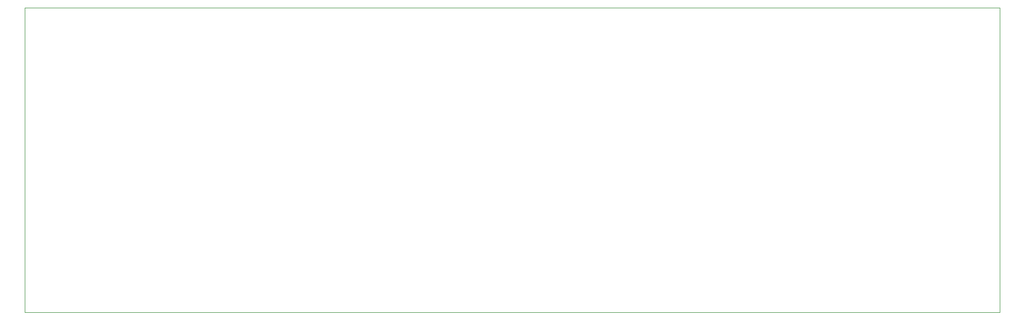
<source format=gbr>
G04 #@! TF.FileFunction,Profile,NP*
%FSLAX46Y46*%
G04 Gerber Fmt 4.6, Leading zero omitted, Abs format (unit mm)*
G04 Created by KiCad (PCBNEW 4.0.4-stable) date 05/18/17 20:07:39*
%MOMM*%
%LPD*%
G01*
G04 APERTURE LIST*
%ADD10C,0.100000*%
G04 APERTURE END LIST*
D10*
X160000000Y0D02*
X160000000Y50000000D01*
X0Y50000000D02*
X160000000Y50000000D01*
X0Y0D02*
X0Y50000000D01*
X0Y0D02*
X160000000Y0D01*
M02*

</source>
